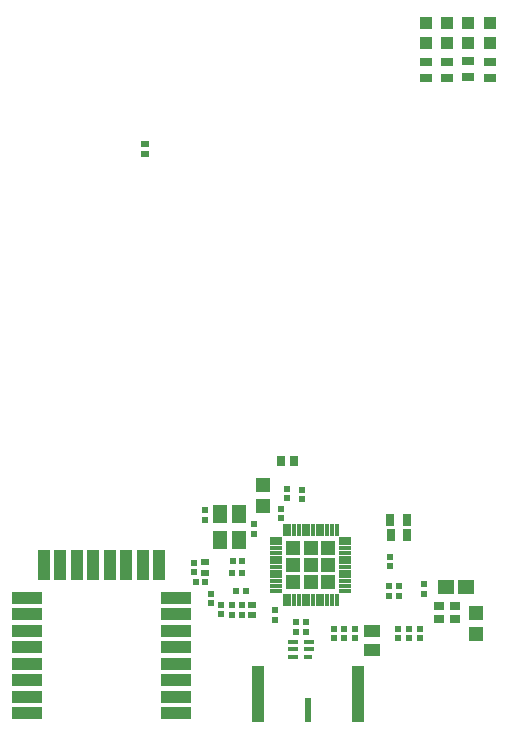
<source format=gbr>
%FSLAX44Y44*%
%MOMM*%
%SFA1B1*%

%IPPOS*%
%ADD15R,0.999998X0.999998*%
%ADD59R,1.299997X1.299997*%
%ADD60R,1.299997X1.299997*%
%ADD61R,1.299997X1.299997*%
%ADD62R,1.299997X1.299997*%
%ADD63R,1.299997X1.299997*%
%ADD64R,1.299997X1.299997*%
%ADD65R,1.299997X1.299997*%
%ADD66R,1.299997X1.299997*%
%ADD67R,1.299997X1.299997*%
%ADD68R,0.799998X0.999998*%
%ADD69R,1.199998X1.199998*%
%ADD70R,0.619999X0.619999*%
%ADD71R,0.619999X0.619999*%
%ADD72R,0.649999X0.549999*%
%ADD73R,0.999998X0.799998*%
%ADD74R,1.449997X1.049998*%
%ADD75R,1.399997X1.249998*%
%ADD76R,1.099998X2.550095*%
%ADD77R,2.550095X1.099998*%
%ADD78R,0.899998X0.399999*%
%ADD79R,0.799998X0.399999*%
%ADD80R,0.949998X0.699999*%
%ADD81R,0.299999X0.999998*%
%ADD82R,0.999998X0.299999*%
%ADD83R,0.749999X0.849998*%
%ADD84R,1.119998X4.849990*%
%ADD85R,0.609999X2.009996*%
%ADD86R,1.249998X1.499997*%
G54D15*
X382833Y574499D03*
Y591499D03*
X400917Y574499D03*
Y591499D03*
X364749Y574499D03*
Y591499D03*
X419000Y574749D03*
Y591749D03*
G54D59*
X267249Y118499D03*
G54D60*
X267249Y147499D03*
G54D61*
X252749Y132999D03*
G54D62*
X281749Y132999D03*
G54D63*
X281749Y147499D03*
G54D64*
X281749Y118499D03*
G54D65*
X252749Y118499D03*
G54D66*
X252749Y147499D03*
G54D67*
X267249Y132999D03*
G54D68*
X334749Y171249D03*
X348749D03*
X334999Y158249D03*
X348999D03*
G54D69*
X406999Y91999D03*
Y73999D03*
X227330Y200660D03*
Y182659D03*
G54D70*
X177499Y171249D03*
Y179249D03*
X168910Y134809D03*
Y126809D03*
X263749Y84249D03*
Y76249D03*
X254749Y84249D03*
Y76249D03*
X362999Y108499D03*
Y116499D03*
X259749Y188499D03*
Y196499D03*
X182880Y108139D03*
Y100139D03*
X191770Y99249D03*
Y91249D03*
X247650Y189039D03*
Y197039D03*
X236749Y94499D03*
Y86499D03*
X242570Y172529D03*
Y180529D03*
X341499Y78749D03*
Y70749D03*
X359749D03*
Y78749D03*
X350749D03*
Y70749D03*
X304800Y78929D03*
Y70929D03*
X287020D03*
Y78929D03*
X295910D03*
Y70929D03*
X334499Y131499D03*
Y139499D03*
X219249Y167249D03*
Y159249D03*
G54D71*
X177989Y118110D03*
X169989D03*
X200999Y89999D03*
X208999D03*
Y98999D03*
X200999D03*
X209499Y135999D03*
X201499D03*
X208999Y125999D03*
X200999D03*
X212279Y110490D03*
X204279D03*
X333749Y114999D03*
X341749D03*
X333749Y106249D03*
X341749D03*
G54D72*
X177800Y135309D03*
Y126309D03*
X217999Y89999D03*
Y98999D03*
X127000Y480499D03*
Y489499D03*
G54D73*
X418999Y544749D03*
Y558749D03*
X382832Y544999D03*
Y558999D03*
X400916Y545499D03*
Y559499D03*
X364749Y544999D03*
Y558999D03*
G54D74*
X318999Y60999D03*
Y76999D03*
G54D75*
X381749Y114249D03*
X398749D03*
G54D76*
X125250Y132999D03*
X139250D03*
X111249D03*
X97249D03*
X83251D03*
X69250D03*
X55250D03*
X41250D03*
G54D77*
X153251Y104998D03*
Y91000D03*
Y76999D03*
Y62999D03*
Y48999D03*
Y34998D03*
X27249Y104998D03*
Y91000D03*
Y76999D03*
Y62999D03*
Y48999D03*
Y21000D03*
Y34998D03*
X153251Y21000D03*
Y7000D03*
X27249D03*
G54D78*
X252749Y54999D03*
Y61249D03*
Y67749D03*
X265749Y61249D03*
Y67749D03*
G54D79*
X265249Y54999D03*
G54D80*
X389749Y86749D03*
X376249D03*
X389749Y97749D03*
X376249D03*
G54D81*
X289249Y162499D03*
X281249D03*
X273249D03*
X265249D03*
X257249D03*
X249249D03*
X245249D03*
X253249D03*
X261249D03*
X269249D03*
X277249D03*
X285249D03*
X245249Y103499D03*
X253249D03*
X261249D03*
X269249D03*
X277249D03*
X285249D03*
X289249D03*
X281249D03*
X273249D03*
X265249D03*
X257249D03*
X249249D03*
G54D82*
X296749Y110999D03*
Y118999D03*
Y127000D03*
Y134999D03*
Y142999D03*
Y150999D03*
Y154999D03*
Y146999D03*
Y138999D03*
Y130999D03*
Y122999D03*
Y114999D03*
X237749Y150999D03*
Y142999D03*
Y134999D03*
Y127000D03*
Y118999D03*
Y110999D03*
Y114999D03*
Y122999D03*
Y130999D03*
Y138999D03*
Y146999D03*
Y154999D03*
G54D83*
X242499Y220999D03*
X253499D03*
G54D84*
X222749Y23749D03*
X307749D03*
G54D85*
X265249Y9549D03*
G54D86*
X190749Y175499D03*
Y153499D03*
X206749Y175499D03*
Y153499D03*
M02*
</source>
